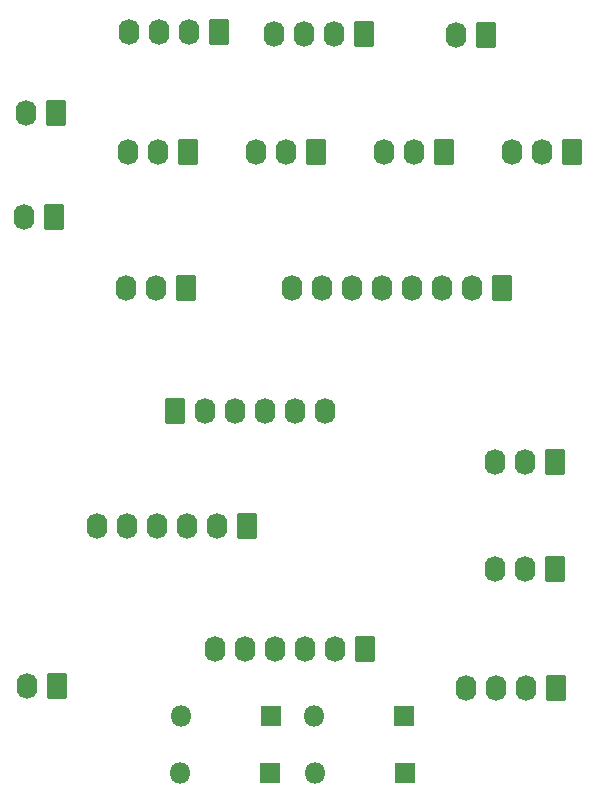
<source format=gbr>
%TF.GenerationSoftware,KiCad,Pcbnew,7.0.9*%
%TF.CreationDate,2023-11-25T11:24:36+10:00*%
%TF.ProjectId,VHF-FM,5648462d-464d-42e6-9b69-6361645f7063,rev?*%
%TF.SameCoordinates,Original*%
%TF.FileFunction,Soldermask,Bot*%
%TF.FilePolarity,Negative*%
%FSLAX46Y46*%
G04 Gerber Fmt 4.6, Leading zero omitted, Abs format (unit mm)*
G04 Created by KiCad (PCBNEW 7.0.9) date 2023-11-25 11:24:36*
%MOMM*%
%LPD*%
G01*
G04 APERTURE LIST*
G04 Aperture macros list*
%AMRoundRect*
0 Rectangle with rounded corners*
0 $1 Rounding radius*
0 $2 $3 $4 $5 $6 $7 $8 $9 X,Y pos of 4 corners*
0 Add a 4 corners polygon primitive as box body*
4,1,4,$2,$3,$4,$5,$6,$7,$8,$9,$2,$3,0*
0 Add four circle primitives for the rounded corners*
1,1,$1+$1,$2,$3*
1,1,$1+$1,$4,$5*
1,1,$1+$1,$6,$7*
1,1,$1+$1,$8,$9*
0 Add four rect primitives between the rounded corners*
20,1,$1+$1,$2,$3,$4,$5,0*
20,1,$1+$1,$4,$5,$6,$7,0*
20,1,$1+$1,$6,$7,$8,$9,0*
20,1,$1+$1,$8,$9,$2,$3,0*%
G04 Aperture macros list end*
%ADD10RoundRect,0.250000X0.620000X0.845000X-0.620000X0.845000X-0.620000X-0.845000X0.620000X-0.845000X0*%
%ADD11O,1.740000X2.190000*%
%ADD12RoundRect,0.250000X-0.620000X-0.845000X0.620000X-0.845000X0.620000X0.845000X-0.620000X0.845000X0*%
%ADD13R,1.800000X1.800000*%
%ADD14O,1.800000X1.800000*%
G04 APERTURE END LIST*
D10*
%TO.C,J5*%
X149170000Y-71010000D03*
D11*
X146630000Y-71010000D03*
X144090000Y-71010000D03*
X141550000Y-71010000D03*
X139010000Y-71010000D03*
X136470000Y-71010000D03*
X133930000Y-71010000D03*
X131390000Y-71010000D03*
%TD*%
D12*
%TO.C,VHF_FM_ENC_2*%
X121470000Y-81470000D03*
D11*
X124010000Y-81470000D03*
X126550000Y-81470000D03*
X129090000Y-81470000D03*
X131630000Y-81470000D03*
X134170000Y-81470000D03*
%TD*%
D10*
%TO.C,SW5*%
X133370000Y-59490000D03*
D11*
X130830000Y-59490000D03*
X128290000Y-59490000D03*
%TD*%
D10*
%TO.C,J8*%
X153630000Y-94820000D03*
D11*
X151090000Y-94820000D03*
X148550000Y-94820000D03*
%TD*%
D10*
%TO.C,J7*%
X153720000Y-104870000D03*
D11*
X151180000Y-104870000D03*
X148640000Y-104870000D03*
X146100000Y-104870000D03*
%TD*%
D10*
%TO.C,J6*%
X137530000Y-101610000D03*
D11*
X134990000Y-101610000D03*
X132450000Y-101610000D03*
X129910000Y-101610000D03*
X127370000Y-101610000D03*
X124830000Y-101610000D03*
%TD*%
D10*
%TO.C,J4*%
X125220000Y-49320000D03*
D11*
X122680000Y-49320000D03*
X120140000Y-49320000D03*
X117600000Y-49320000D03*
%TD*%
D10*
%TO.C,J3*%
X111250000Y-65030000D03*
D11*
X108710000Y-65030000D03*
%TD*%
D10*
%TO.C,J2*%
X111410000Y-56220000D03*
D11*
X108870000Y-56220000D03*
%TD*%
D10*
%TO.C,J1*%
X137440000Y-49470000D03*
D11*
X134900000Y-49470000D03*
X132360000Y-49470000D03*
X129820000Y-49470000D03*
%TD*%
D10*
%TO.C,SW7*%
X147810000Y-49600000D03*
D11*
X145270000Y-49600000D03*
%TD*%
D10*
%TO.C,RV1*%
X153630000Y-85750000D03*
D11*
X151090000Y-85750000D03*
X148550000Y-85750000D03*
%TD*%
D13*
%TO.C,D4*%
X129610000Y-107280000D03*
D14*
X121990000Y-107280000D03*
%TD*%
D10*
%TO.C,J9*%
X127570000Y-91170000D03*
D11*
X125030000Y-91170000D03*
X122490000Y-91170000D03*
X119950000Y-91170000D03*
X117410000Y-91170000D03*
X114870000Y-91170000D03*
%TD*%
D10*
%TO.C,SW3*%
X155030000Y-59490000D03*
D11*
X152490000Y-59490000D03*
X149950000Y-59490000D03*
%TD*%
D13*
%TO.C,D2*%
X140960000Y-112100000D03*
D14*
X133340000Y-112100000D03*
%TD*%
D10*
%TO.C,SW1*%
X122410000Y-71010000D03*
D11*
X119870000Y-71010000D03*
X117330000Y-71010000D03*
%TD*%
D13*
%TO.C,D1*%
X140880000Y-107280000D03*
D14*
X133260000Y-107280000D03*
%TD*%
D10*
%TO.C,SW2*%
X144200000Y-59490000D03*
D11*
X141660000Y-59490000D03*
X139120000Y-59490000D03*
%TD*%
D13*
%TO.C,D3*%
X129540000Y-112100000D03*
D14*
X121920000Y-112100000D03*
%TD*%
D10*
%TO.C,SW4*%
X122540000Y-59490000D03*
D11*
X120000000Y-59490000D03*
X117460000Y-59490000D03*
%TD*%
D10*
%TO.C,SW6*%
X111490000Y-104750000D03*
D11*
X108950000Y-104750000D03*
%TD*%
M02*

</source>
